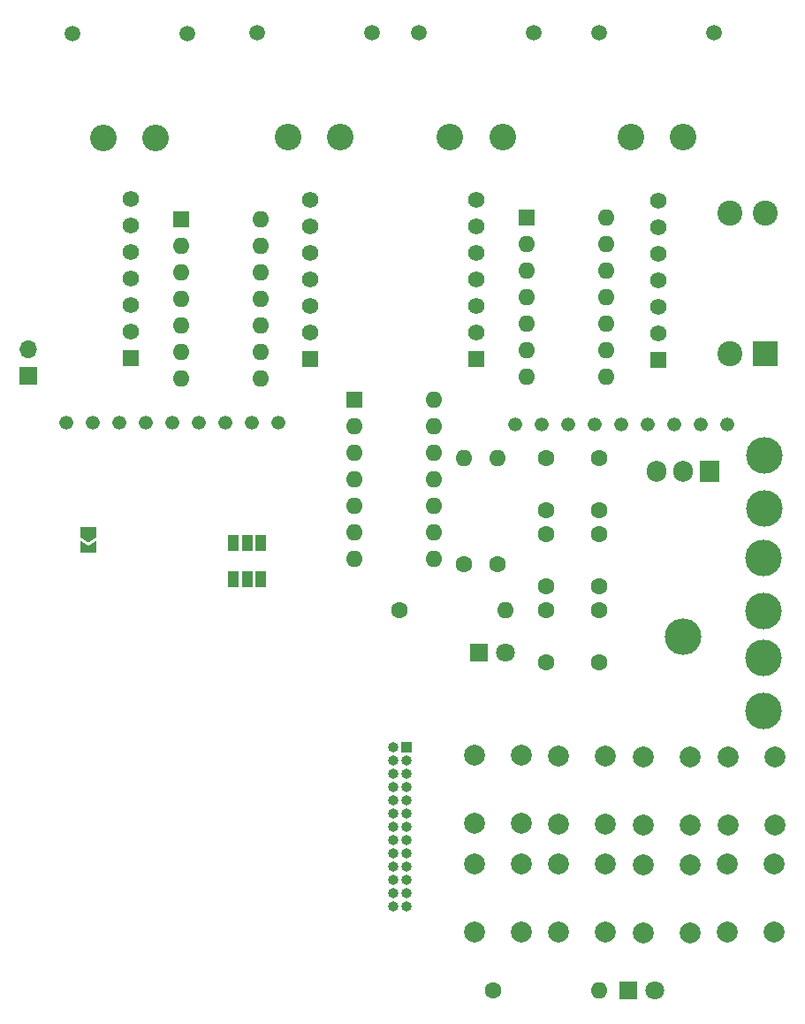
<source format=gbr>
%TF.GenerationSoftware,KiCad,Pcbnew,8.0.3*%
%TF.CreationDate,2024-06-30T11:06:28+09:00*%
%TF.ProjectId,md2,6d64322e-6b69-4636-9164-5f7063625858,rev?*%
%TF.SameCoordinates,Original*%
%TF.FileFunction,Soldermask,Bot*%
%TF.FilePolarity,Negative*%
%FSLAX46Y46*%
G04 Gerber Fmt 4.6, Leading zero omitted, Abs format (unit mm)*
G04 Created by KiCad (PCBNEW 8.0.3) date 2024-06-30 11:06:28*
%MOMM*%
%LPD*%
G01*
G04 APERTURE LIST*
G04 Aperture macros list*
%AMFreePoly0*
4,1,6,1.000000,0.000000,0.500000,-0.750000,-0.500000,-0.750000,-0.500000,0.750000,0.500000,0.750000,1.000000,0.000000,1.000000,0.000000,$1*%
%AMFreePoly1*
4,1,6,0.500000,-0.750000,-0.650000,-0.750000,-0.150000,0.000000,-0.650000,0.750000,0.500000,0.750000,0.500000,-0.750000,0.500000,-0.750000,$1*%
G04 Aperture macros list end*
%ADD10R,1.575000X1.575000*%
%ADD11C,1.575000*%
%ADD12R,2.400000X2.400000*%
%ADD13C,2.400000*%
%ADD14C,1.600000*%
%ADD15O,1.600000X1.600000*%
%ADD16C,2.000000*%
%ADD17R,1.600000X1.600000*%
%ADD18R,1.800000X1.800000*%
%ADD19C,1.800000*%
%ADD20O,3.500000X3.500000*%
%ADD21R,1.905000X2.000000*%
%ADD22O,1.905000X2.000000*%
%ADD23R,1.700000X1.700000*%
%ADD24O,1.700000X1.700000*%
%ADD25C,3.500000*%
%ADD26C,2.550000*%
%ADD27C,1.500000*%
%ADD28C,1.340000*%
%ADD29R,1.000000X1.000000*%
%ADD30O,1.000000X1.000000*%
%ADD31FreePoly0,270.000000*%
%ADD32FreePoly1,270.000000*%
%ADD33R,1.000000X1.500000*%
G04 APERTURE END LIST*
D10*
%TO.C,IC6*%
X151700000Y-83700000D03*
D11*
X151700000Y-81160000D03*
X151700000Y-78620000D03*
X151700000Y-76080000D03*
X151700000Y-73540000D03*
X151700000Y-71000000D03*
X151700000Y-68460000D03*
%TD*%
D12*
%TO.C,H1*%
X179382500Y-83135000D03*
D13*
X175982500Y-83135000D03*
X179382500Y-69665000D03*
X175982500Y-69665000D03*
%TD*%
D14*
%TO.C,R6*%
X153750000Y-103330000D03*
D15*
X153750000Y-93170000D03*
%TD*%
D14*
%TO.C,C2*%
X163499000Y-98126000D03*
X163499000Y-93126000D03*
%TD*%
D16*
%TO.C,SW7*%
X175721000Y-138552000D03*
X175721000Y-132052000D03*
X180221000Y-138552000D03*
X180221000Y-132052000D03*
%TD*%
D17*
%TO.C,IC3*%
X140000000Y-87600000D03*
D15*
X140000000Y-90140000D03*
X140000000Y-92680000D03*
X140000000Y-95220000D03*
X140000000Y-97760000D03*
X140000000Y-100300000D03*
X140000000Y-102840000D03*
X147620000Y-102840000D03*
X147620000Y-100300000D03*
X147620000Y-97760000D03*
X147620000Y-95220000D03*
X147620000Y-92680000D03*
X147620000Y-90140000D03*
X147620000Y-87600000D03*
%TD*%
D14*
%TO.C,C1*%
X158419000Y-98126000D03*
X158419000Y-93126000D03*
%TD*%
D18*
%TO.C,D2*%
X166225000Y-144100000D03*
D19*
X168765000Y-144100000D03*
%TD*%
D20*
%TO.C,U1*%
X171500000Y-110250000D03*
D21*
X174040000Y-94450000D03*
D22*
X171500000Y-94450000D03*
X168960000Y-94450000D03*
%TD*%
D23*
%TO.C,J1*%
X108750000Y-85250000D03*
D24*
X108750000Y-82710000D03*
%TD*%
D14*
%TO.C,C7*%
X158419000Y-107691000D03*
X158419000Y-112691000D03*
%TD*%
D16*
%TO.C,SW2*%
X151514800Y-128138000D03*
X151514800Y-121638000D03*
X156014800Y-128138000D03*
X156014800Y-121638000D03*
%TD*%
D25*
%TO.C,J9*%
X179250000Y-102750000D03*
X179250000Y-107830000D03*
%TD*%
D10*
%TO.C,IC7*%
X169100000Y-83740000D03*
D11*
X169100000Y-81200000D03*
X169100000Y-78660000D03*
X169100000Y-76120000D03*
X169100000Y-73580000D03*
X169100000Y-71040000D03*
X169100000Y-68500000D03*
%TD*%
D25*
%TO.C,J10*%
X179250000Y-112250000D03*
X179250000Y-117330000D03*
%TD*%
D16*
%TO.C,SW4*%
X159600000Y-128175000D03*
X159600000Y-121675000D03*
X164100000Y-128175000D03*
X164100000Y-121675000D03*
%TD*%
D14*
%TO.C,C6*%
X163499000Y-107731000D03*
X163499000Y-112731000D03*
%TD*%
%TO.C,R12*%
X144340000Y-107750000D03*
D15*
X154500000Y-107750000D03*
%TD*%
D16*
%TO.C,SW6*%
X167720000Y-128265000D03*
X167720000Y-121765000D03*
X172220000Y-128265000D03*
X172220000Y-121765000D03*
%TD*%
D26*
%TO.C,J8*%
X166500000Y-62400000D03*
X171500000Y-62400000D03*
D27*
X174500000Y-52400000D03*
X163500000Y-52400000D03*
%TD*%
D28*
%TO.C,RN1*%
X112380000Y-89800000D03*
X114920000Y-89800000D03*
X117460000Y-89800000D03*
X120000000Y-89800000D03*
X122540000Y-89800000D03*
X125080000Y-89800000D03*
X127620000Y-89800000D03*
X130160000Y-89800000D03*
X132700000Y-89800000D03*
%TD*%
D16*
%TO.C,SW5*%
X167720000Y-138575000D03*
X167720000Y-132075000D03*
X172220000Y-138575000D03*
X172220000Y-132075000D03*
%TD*%
D29*
%TO.C,J3*%
X145000000Y-120840000D03*
D30*
X143730000Y-120840000D03*
X145000000Y-122110000D03*
X143730000Y-122110000D03*
X145000000Y-123380000D03*
X143730000Y-123380000D03*
X145000000Y-124650000D03*
X143730000Y-124650000D03*
X145000000Y-125920000D03*
X143730000Y-125920000D03*
X145000000Y-127190000D03*
X143730000Y-127190000D03*
X145000000Y-128460000D03*
X143730000Y-128460000D03*
X145000000Y-129730000D03*
X143730000Y-129730000D03*
X145000000Y-131000000D03*
X143730000Y-131000000D03*
X145000000Y-132270000D03*
X143730000Y-132270000D03*
X145000000Y-133540000D03*
X143730000Y-133540000D03*
X145000000Y-134810000D03*
X143730000Y-134810000D03*
X145000000Y-136080000D03*
X143730000Y-136080000D03*
%TD*%
D14*
%TO.C,C5*%
X163499000Y-105405000D03*
X163499000Y-100405000D03*
%TD*%
%TO.C,C3*%
X158419000Y-105405000D03*
X158419000Y-100405000D03*
%TD*%
D28*
%TO.C,RN2*%
X175720000Y-89900000D03*
X173180000Y-89900000D03*
X170640000Y-89900000D03*
X168100000Y-89900000D03*
X165560000Y-89900000D03*
X163020000Y-89900000D03*
X160480000Y-89900000D03*
X157940000Y-89900000D03*
X155400000Y-89900000D03*
%TD*%
D17*
%TO.C,IC1*%
X123400000Y-70275000D03*
D15*
X123400000Y-72815000D03*
X123400000Y-75355000D03*
X123400000Y-77895000D03*
X123400000Y-80435000D03*
X123400000Y-82975000D03*
X123400000Y-85515000D03*
X131020000Y-85515000D03*
X131020000Y-82975000D03*
X131020000Y-80435000D03*
X131020000Y-77895000D03*
X131020000Y-75355000D03*
X131020000Y-72815000D03*
X131020000Y-70275000D03*
%TD*%
D10*
%TO.C,IC4*%
X118600000Y-83620000D03*
D11*
X118600000Y-81080000D03*
X118600000Y-78540000D03*
X118600000Y-76000000D03*
X118600000Y-73460000D03*
X118600000Y-70920000D03*
X118600000Y-68380000D03*
%TD*%
D14*
%TO.C,R7*%
X150500000Y-103330000D03*
D15*
X150500000Y-93170000D03*
%TD*%
D25*
%TO.C,SW9*%
X179300000Y-97940000D03*
X179300000Y-92860000D03*
%TD*%
D17*
%TO.C,IC2*%
X156500000Y-70140000D03*
D15*
X156500000Y-72680000D03*
X156500000Y-75220000D03*
X156500000Y-77760000D03*
X156500000Y-80300000D03*
X156500000Y-82840000D03*
X156500000Y-85380000D03*
X164120000Y-85380000D03*
X164120000Y-82840000D03*
X164120000Y-80300000D03*
X164120000Y-77760000D03*
X164120000Y-75220000D03*
X164120000Y-72680000D03*
X164120000Y-70140000D03*
%TD*%
D18*
%TO.C,D1*%
X151960000Y-111750000D03*
D19*
X154500000Y-111750000D03*
%TD*%
D14*
%TO.C,R1*%
X153300000Y-144100000D03*
D15*
X163460000Y-144100000D03*
%TD*%
D26*
%TO.C,J7*%
X149200000Y-62400000D03*
X154200000Y-62400000D03*
D27*
X157200000Y-52400000D03*
X146200000Y-52400000D03*
%TD*%
D26*
%TO.C,J5*%
X116000000Y-62500000D03*
X121000000Y-62500000D03*
D27*
X124000000Y-52500000D03*
X113000000Y-52500000D03*
%TD*%
D10*
%TO.C,IC5*%
X135800000Y-83640000D03*
D11*
X135800000Y-81100000D03*
X135800000Y-78560000D03*
X135800000Y-76020000D03*
X135800000Y-73480000D03*
X135800000Y-70940000D03*
X135800000Y-68400000D03*
%TD*%
D16*
%TO.C,SW3*%
X159600000Y-138500000D03*
X159600000Y-132000000D03*
X164100000Y-138500000D03*
X164100000Y-132000000D03*
%TD*%
%TO.C,SW1*%
X151500000Y-138500000D03*
X151500000Y-132000000D03*
X156000000Y-138500000D03*
X156000000Y-132000000D03*
%TD*%
D26*
%TO.C,J6*%
X133700000Y-62400000D03*
X138700000Y-62400000D03*
D27*
X141700000Y-52400000D03*
X130700000Y-52400000D03*
%TD*%
D16*
%TO.C,SW8*%
X175848000Y-128265000D03*
X175848000Y-121765000D03*
X180348000Y-128265000D03*
X180348000Y-121765000D03*
%TD*%
D31*
%TO.C,JP1*%
X114500000Y-100275000D03*
D32*
X114500000Y-101725000D03*
%TD*%
D33*
%TO.C,JP2*%
X131050000Y-104750000D03*
X129750000Y-104750000D03*
X128450000Y-104750000D03*
%TD*%
%TO.C,JP6*%
X131050000Y-101250000D03*
X129750000Y-101250000D03*
X128450000Y-101250000D03*
%TD*%
M02*

</source>
